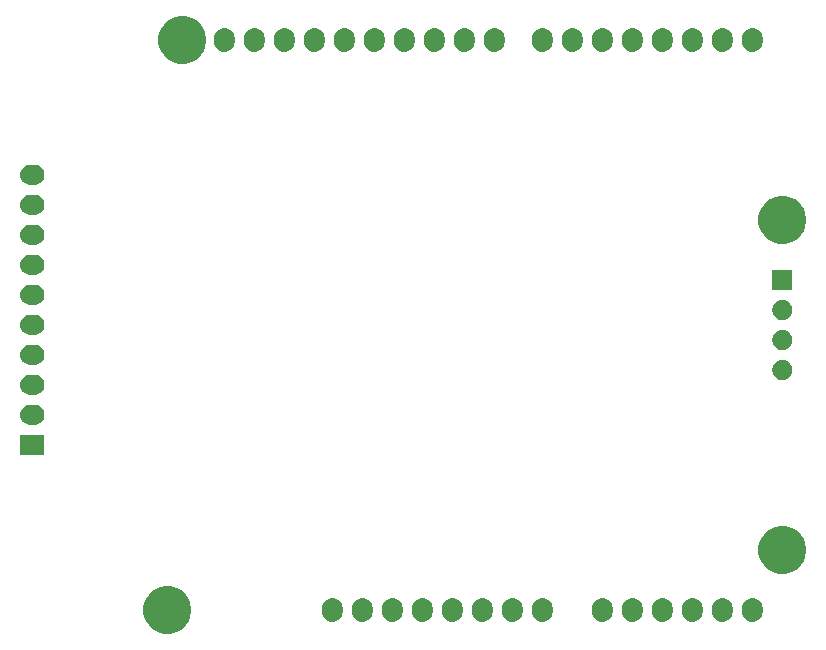
<source format=gbr>
G04 #@! TF.GenerationSoftware,KiCad,Pcbnew,5.1.5+dfsg1-2*
G04 #@! TF.CreationDate,2019-12-04T16:26:49+01:00*
G04 #@! TF.ProjectId,KiCad_Shield,4b694361-645f-4536-9869-656c642e6b69,rev?*
G04 #@! TF.SameCoordinates,Original*
G04 #@! TF.FileFunction,Soldermask,Bot*
G04 #@! TF.FilePolarity,Negative*
%FSLAX46Y46*%
G04 Gerber Fmt 4.6, Leading zero omitted, Abs format (unit mm)*
G04 Created by KiCad (PCBNEW 5.1.5+dfsg1-2) date 2019-12-04 16:26:49*
%MOMM*%
%LPD*%
G04 APERTURE LIST*
%ADD10C,0.100000*%
G04 APERTURE END LIST*
D10*
G36*
X125560711Y-121871088D02*
G01*
X125560714Y-121871089D01*
X125560713Y-121871089D01*
X125930513Y-122024265D01*
X126263325Y-122246643D01*
X126546357Y-122529675D01*
X126741346Y-122821496D01*
X126768736Y-122862489D01*
X126921912Y-123232289D01*
X127000000Y-123624864D01*
X127000000Y-124025136D01*
X126921912Y-124417711D01*
X126904598Y-124459510D01*
X126768735Y-124787513D01*
X126546357Y-125120325D01*
X126263325Y-125403357D01*
X125930513Y-125625735D01*
X125930512Y-125625736D01*
X125930511Y-125625736D01*
X125560711Y-125778912D01*
X125168136Y-125857000D01*
X124767864Y-125857000D01*
X124375289Y-125778912D01*
X124005489Y-125625736D01*
X124005488Y-125625736D01*
X124005487Y-125625735D01*
X123672675Y-125403357D01*
X123389643Y-125120325D01*
X123167265Y-124787513D01*
X123031402Y-124459510D01*
X123014088Y-124417711D01*
X122936000Y-124025136D01*
X122936000Y-123624864D01*
X123014088Y-123232289D01*
X123167264Y-122862489D01*
X123194655Y-122821496D01*
X123389643Y-122529675D01*
X123672675Y-122246643D01*
X124005487Y-122024265D01*
X124375287Y-121871089D01*
X124375286Y-121871089D01*
X124375289Y-121871088D01*
X124767864Y-121793000D01*
X125168136Y-121793000D01*
X125560711Y-121871088D01*
G37*
G36*
X172127294Y-122821496D02*
G01*
X172247726Y-122858029D01*
X172290087Y-122870879D01*
X172440107Y-122951066D01*
X172440110Y-122951068D01*
X172440111Y-122951069D01*
X172571612Y-123058988D01*
X172679531Y-123190488D01*
X172679533Y-123190492D01*
X172679534Y-123190493D01*
X172759721Y-123340513D01*
X172759722Y-123340516D01*
X172809104Y-123503305D01*
X172809104Y-123503307D01*
X172821600Y-123630179D01*
X172821600Y-124019820D01*
X172821076Y-124025136D01*
X172809104Y-124146694D01*
X172772571Y-124267128D01*
X172759721Y-124309488D01*
X172701874Y-124417711D01*
X172679531Y-124459512D01*
X172571612Y-124591012D01*
X172440112Y-124698931D01*
X172440108Y-124698933D01*
X172440107Y-124698934D01*
X172290087Y-124779121D01*
X172290084Y-124779122D01*
X172127295Y-124828504D01*
X171958000Y-124845178D01*
X171788706Y-124828504D01*
X171625917Y-124779122D01*
X171625914Y-124779121D01*
X171475894Y-124698934D01*
X171475893Y-124698933D01*
X171475889Y-124698931D01*
X171344388Y-124591012D01*
X171236469Y-124459512D01*
X171156280Y-124309488D01*
X171156279Y-124309487D01*
X171156278Y-124309484D01*
X171106896Y-124146695D01*
X171098565Y-124062112D01*
X171094400Y-124019821D01*
X171094400Y-123630180D01*
X171106896Y-123503308D01*
X171106896Y-123503306D01*
X171156278Y-123340517D01*
X171156279Y-123340513D01*
X171236466Y-123190493D01*
X171236470Y-123190488D01*
X171344388Y-123058988D01*
X171475888Y-122951069D01*
X171475892Y-122951067D01*
X171475893Y-122951066D01*
X171625913Y-122870879D01*
X171653571Y-122862489D01*
X171788705Y-122821496D01*
X171958000Y-122804822D01*
X172127294Y-122821496D01*
G37*
G36*
X174667294Y-122821496D02*
G01*
X174787726Y-122858029D01*
X174830087Y-122870879D01*
X174980107Y-122951066D01*
X174980110Y-122951068D01*
X174980111Y-122951069D01*
X175111612Y-123058988D01*
X175219531Y-123190488D01*
X175219533Y-123190492D01*
X175219534Y-123190493D01*
X175299721Y-123340513D01*
X175299722Y-123340516D01*
X175349104Y-123503305D01*
X175349104Y-123503307D01*
X175361600Y-123630179D01*
X175361600Y-124019820D01*
X175361076Y-124025136D01*
X175349104Y-124146694D01*
X175312571Y-124267128D01*
X175299721Y-124309488D01*
X175241874Y-124417711D01*
X175219531Y-124459512D01*
X175111612Y-124591012D01*
X174980112Y-124698931D01*
X174980108Y-124698933D01*
X174980107Y-124698934D01*
X174830087Y-124779121D01*
X174830084Y-124779122D01*
X174667295Y-124828504D01*
X174498000Y-124845178D01*
X174328706Y-124828504D01*
X174165917Y-124779122D01*
X174165914Y-124779121D01*
X174015894Y-124698934D01*
X174015893Y-124698933D01*
X174015889Y-124698931D01*
X173884388Y-124591012D01*
X173776469Y-124459512D01*
X173696280Y-124309488D01*
X173696279Y-124309487D01*
X173696278Y-124309484D01*
X173646896Y-124146695D01*
X173638565Y-124062112D01*
X173634400Y-124019821D01*
X173634400Y-123630180D01*
X173646896Y-123503308D01*
X173646896Y-123503306D01*
X173696278Y-123340517D01*
X173696279Y-123340513D01*
X173776466Y-123190493D01*
X173776470Y-123190488D01*
X173884388Y-123058988D01*
X174015888Y-122951069D01*
X174015892Y-122951067D01*
X174015893Y-122951066D01*
X174165913Y-122870879D01*
X174193571Y-122862489D01*
X174328705Y-122821496D01*
X174498000Y-122804822D01*
X174667294Y-122821496D01*
G37*
G36*
X169587294Y-122821496D02*
G01*
X169707726Y-122858029D01*
X169750087Y-122870879D01*
X169900107Y-122951066D01*
X169900110Y-122951068D01*
X169900111Y-122951069D01*
X170031612Y-123058988D01*
X170139531Y-123190488D01*
X170139533Y-123190492D01*
X170139534Y-123190493D01*
X170219721Y-123340513D01*
X170219722Y-123340516D01*
X170269104Y-123503305D01*
X170269104Y-123503307D01*
X170281600Y-123630179D01*
X170281600Y-124019820D01*
X170281076Y-124025136D01*
X170269104Y-124146694D01*
X170232571Y-124267128D01*
X170219721Y-124309488D01*
X170161874Y-124417711D01*
X170139531Y-124459512D01*
X170031612Y-124591012D01*
X169900112Y-124698931D01*
X169900108Y-124698933D01*
X169900107Y-124698934D01*
X169750087Y-124779121D01*
X169750084Y-124779122D01*
X169587295Y-124828504D01*
X169418000Y-124845178D01*
X169248706Y-124828504D01*
X169085917Y-124779122D01*
X169085914Y-124779121D01*
X168935894Y-124698934D01*
X168935893Y-124698933D01*
X168935889Y-124698931D01*
X168804388Y-124591012D01*
X168696469Y-124459512D01*
X168616280Y-124309488D01*
X168616279Y-124309487D01*
X168616278Y-124309484D01*
X168566896Y-124146695D01*
X168558565Y-124062112D01*
X168554400Y-124019821D01*
X168554400Y-123630180D01*
X168566896Y-123503308D01*
X168566896Y-123503306D01*
X168616278Y-123340517D01*
X168616279Y-123340513D01*
X168696466Y-123190493D01*
X168696470Y-123190488D01*
X168804388Y-123058988D01*
X168935888Y-122951069D01*
X168935892Y-122951067D01*
X168935893Y-122951066D01*
X169085913Y-122870879D01*
X169113571Y-122862489D01*
X169248705Y-122821496D01*
X169418000Y-122804822D01*
X169587294Y-122821496D01*
G37*
G36*
X167047294Y-122821496D02*
G01*
X167167726Y-122858029D01*
X167210087Y-122870879D01*
X167360107Y-122951066D01*
X167360110Y-122951068D01*
X167360111Y-122951069D01*
X167491612Y-123058988D01*
X167599531Y-123190488D01*
X167599533Y-123190492D01*
X167599534Y-123190493D01*
X167679721Y-123340513D01*
X167679722Y-123340516D01*
X167729104Y-123503305D01*
X167729104Y-123503307D01*
X167741600Y-123630179D01*
X167741600Y-124019820D01*
X167741076Y-124025136D01*
X167729104Y-124146694D01*
X167692571Y-124267128D01*
X167679721Y-124309488D01*
X167621874Y-124417711D01*
X167599531Y-124459512D01*
X167491612Y-124591012D01*
X167360112Y-124698931D01*
X167360108Y-124698933D01*
X167360107Y-124698934D01*
X167210087Y-124779121D01*
X167210084Y-124779122D01*
X167047295Y-124828504D01*
X166878000Y-124845178D01*
X166708706Y-124828504D01*
X166545917Y-124779122D01*
X166545914Y-124779121D01*
X166395894Y-124698934D01*
X166395893Y-124698933D01*
X166395889Y-124698931D01*
X166264388Y-124591012D01*
X166156469Y-124459512D01*
X166076280Y-124309488D01*
X166076279Y-124309487D01*
X166076278Y-124309484D01*
X166026896Y-124146695D01*
X166018565Y-124062112D01*
X166014400Y-124019821D01*
X166014400Y-123630180D01*
X166026896Y-123503308D01*
X166026896Y-123503306D01*
X166076278Y-123340517D01*
X166076279Y-123340513D01*
X166156466Y-123190493D01*
X166156470Y-123190488D01*
X166264388Y-123058988D01*
X166395888Y-122951069D01*
X166395892Y-122951067D01*
X166395893Y-122951066D01*
X166545913Y-122870879D01*
X166573571Y-122862489D01*
X166708705Y-122821496D01*
X166878000Y-122804822D01*
X167047294Y-122821496D01*
G37*
G36*
X164507294Y-122821496D02*
G01*
X164627726Y-122858029D01*
X164670087Y-122870879D01*
X164820107Y-122951066D01*
X164820110Y-122951068D01*
X164820111Y-122951069D01*
X164951612Y-123058988D01*
X165059531Y-123190488D01*
X165059533Y-123190492D01*
X165059534Y-123190493D01*
X165139721Y-123340513D01*
X165139722Y-123340516D01*
X165189104Y-123503305D01*
X165189104Y-123503307D01*
X165201600Y-123630179D01*
X165201600Y-124019820D01*
X165201076Y-124025136D01*
X165189104Y-124146694D01*
X165152571Y-124267128D01*
X165139721Y-124309488D01*
X165081874Y-124417711D01*
X165059531Y-124459512D01*
X164951612Y-124591012D01*
X164820112Y-124698931D01*
X164820108Y-124698933D01*
X164820107Y-124698934D01*
X164670087Y-124779121D01*
X164670084Y-124779122D01*
X164507295Y-124828504D01*
X164338000Y-124845178D01*
X164168706Y-124828504D01*
X164005917Y-124779122D01*
X164005914Y-124779121D01*
X163855894Y-124698934D01*
X163855893Y-124698933D01*
X163855889Y-124698931D01*
X163724388Y-124591012D01*
X163616469Y-124459512D01*
X163536280Y-124309488D01*
X163536279Y-124309487D01*
X163536278Y-124309484D01*
X163486896Y-124146695D01*
X163478565Y-124062112D01*
X163474400Y-124019821D01*
X163474400Y-123630180D01*
X163486896Y-123503308D01*
X163486896Y-123503306D01*
X163536278Y-123340517D01*
X163536279Y-123340513D01*
X163616466Y-123190493D01*
X163616470Y-123190488D01*
X163724388Y-123058988D01*
X163855888Y-122951069D01*
X163855892Y-122951067D01*
X163855893Y-122951066D01*
X164005913Y-122870879D01*
X164033571Y-122862489D01*
X164168705Y-122821496D01*
X164338000Y-122804822D01*
X164507294Y-122821496D01*
G37*
G36*
X161967294Y-122821496D02*
G01*
X162087726Y-122858029D01*
X162130087Y-122870879D01*
X162280107Y-122951066D01*
X162280110Y-122951068D01*
X162280111Y-122951069D01*
X162411612Y-123058988D01*
X162519531Y-123190488D01*
X162519533Y-123190492D01*
X162519534Y-123190493D01*
X162599721Y-123340513D01*
X162599722Y-123340516D01*
X162649104Y-123503305D01*
X162649104Y-123503307D01*
X162661600Y-123630179D01*
X162661600Y-124019820D01*
X162661076Y-124025136D01*
X162649104Y-124146694D01*
X162612571Y-124267128D01*
X162599721Y-124309488D01*
X162541874Y-124417711D01*
X162519531Y-124459512D01*
X162411612Y-124591012D01*
X162280112Y-124698931D01*
X162280108Y-124698933D01*
X162280107Y-124698934D01*
X162130087Y-124779121D01*
X162130084Y-124779122D01*
X161967295Y-124828504D01*
X161798000Y-124845178D01*
X161628706Y-124828504D01*
X161465917Y-124779122D01*
X161465914Y-124779121D01*
X161315894Y-124698934D01*
X161315893Y-124698933D01*
X161315889Y-124698931D01*
X161184388Y-124591012D01*
X161076469Y-124459512D01*
X160996280Y-124309488D01*
X160996279Y-124309487D01*
X160996278Y-124309484D01*
X160946896Y-124146695D01*
X160938565Y-124062112D01*
X160934400Y-124019821D01*
X160934400Y-123630180D01*
X160946896Y-123503308D01*
X160946896Y-123503306D01*
X160996278Y-123340517D01*
X160996279Y-123340513D01*
X161076466Y-123190493D01*
X161076470Y-123190488D01*
X161184388Y-123058988D01*
X161315888Y-122951069D01*
X161315892Y-122951067D01*
X161315893Y-122951066D01*
X161465913Y-122870879D01*
X161493571Y-122862489D01*
X161628705Y-122821496D01*
X161798000Y-122804822D01*
X161967294Y-122821496D01*
G37*
G36*
X156887294Y-122821496D02*
G01*
X157007726Y-122858029D01*
X157050087Y-122870879D01*
X157200107Y-122951066D01*
X157200110Y-122951068D01*
X157200111Y-122951069D01*
X157331612Y-123058988D01*
X157439531Y-123190488D01*
X157439533Y-123190492D01*
X157439534Y-123190493D01*
X157519721Y-123340513D01*
X157519722Y-123340516D01*
X157569104Y-123503305D01*
X157569104Y-123503307D01*
X157581600Y-123630179D01*
X157581600Y-124019820D01*
X157581076Y-124025136D01*
X157569104Y-124146694D01*
X157532571Y-124267128D01*
X157519721Y-124309488D01*
X157461874Y-124417711D01*
X157439531Y-124459512D01*
X157331612Y-124591012D01*
X157200112Y-124698931D01*
X157200108Y-124698933D01*
X157200107Y-124698934D01*
X157050087Y-124779121D01*
X157050084Y-124779122D01*
X156887295Y-124828504D01*
X156718000Y-124845178D01*
X156548706Y-124828504D01*
X156385917Y-124779122D01*
X156385914Y-124779121D01*
X156235894Y-124698934D01*
X156235893Y-124698933D01*
X156235889Y-124698931D01*
X156104388Y-124591012D01*
X155996469Y-124459512D01*
X155916280Y-124309488D01*
X155916279Y-124309487D01*
X155916278Y-124309484D01*
X155866896Y-124146695D01*
X155858565Y-124062112D01*
X155854400Y-124019821D01*
X155854400Y-123630180D01*
X155866896Y-123503308D01*
X155866896Y-123503306D01*
X155916278Y-123340517D01*
X155916279Y-123340513D01*
X155996466Y-123190493D01*
X155996470Y-123190488D01*
X156104388Y-123058988D01*
X156235888Y-122951069D01*
X156235892Y-122951067D01*
X156235893Y-122951066D01*
X156385913Y-122870879D01*
X156413571Y-122862489D01*
X156548705Y-122821496D01*
X156718000Y-122804822D01*
X156887294Y-122821496D01*
G37*
G36*
X151807294Y-122821496D02*
G01*
X151927726Y-122858029D01*
X151970087Y-122870879D01*
X152120107Y-122951066D01*
X152120110Y-122951068D01*
X152120111Y-122951069D01*
X152251612Y-123058988D01*
X152359531Y-123190488D01*
X152359533Y-123190492D01*
X152359534Y-123190493D01*
X152439721Y-123340513D01*
X152439722Y-123340516D01*
X152489104Y-123503305D01*
X152489104Y-123503307D01*
X152501600Y-123630179D01*
X152501600Y-124019820D01*
X152501076Y-124025136D01*
X152489104Y-124146694D01*
X152452571Y-124267128D01*
X152439721Y-124309488D01*
X152381874Y-124417711D01*
X152359531Y-124459512D01*
X152251612Y-124591012D01*
X152120112Y-124698931D01*
X152120108Y-124698933D01*
X152120107Y-124698934D01*
X151970087Y-124779121D01*
X151970084Y-124779122D01*
X151807295Y-124828504D01*
X151638000Y-124845178D01*
X151468706Y-124828504D01*
X151305917Y-124779122D01*
X151305914Y-124779121D01*
X151155894Y-124698934D01*
X151155893Y-124698933D01*
X151155889Y-124698931D01*
X151024388Y-124591012D01*
X150916469Y-124459512D01*
X150836280Y-124309488D01*
X150836279Y-124309487D01*
X150836278Y-124309484D01*
X150786896Y-124146695D01*
X150778565Y-124062112D01*
X150774400Y-124019821D01*
X150774400Y-123630180D01*
X150786896Y-123503308D01*
X150786896Y-123503306D01*
X150836278Y-123340517D01*
X150836279Y-123340513D01*
X150916466Y-123190493D01*
X150916470Y-123190488D01*
X151024388Y-123058988D01*
X151155888Y-122951069D01*
X151155892Y-122951067D01*
X151155893Y-122951066D01*
X151305913Y-122870879D01*
X151333571Y-122862489D01*
X151468705Y-122821496D01*
X151638000Y-122804822D01*
X151807294Y-122821496D01*
G37*
G36*
X139107294Y-122821496D02*
G01*
X139227726Y-122858029D01*
X139270087Y-122870879D01*
X139420107Y-122951066D01*
X139420110Y-122951068D01*
X139420111Y-122951069D01*
X139551612Y-123058988D01*
X139659531Y-123190488D01*
X139659533Y-123190492D01*
X139659534Y-123190493D01*
X139739721Y-123340513D01*
X139739722Y-123340516D01*
X139789104Y-123503305D01*
X139789104Y-123503307D01*
X139801600Y-123630179D01*
X139801600Y-124019820D01*
X139801076Y-124025136D01*
X139789104Y-124146694D01*
X139752571Y-124267128D01*
X139739721Y-124309488D01*
X139681874Y-124417711D01*
X139659531Y-124459512D01*
X139551612Y-124591012D01*
X139420112Y-124698931D01*
X139420108Y-124698933D01*
X139420107Y-124698934D01*
X139270087Y-124779121D01*
X139270084Y-124779122D01*
X139107295Y-124828504D01*
X138938000Y-124845178D01*
X138768706Y-124828504D01*
X138605917Y-124779122D01*
X138605914Y-124779121D01*
X138455894Y-124698934D01*
X138455893Y-124698933D01*
X138455889Y-124698931D01*
X138324388Y-124591012D01*
X138216469Y-124459512D01*
X138136280Y-124309488D01*
X138136279Y-124309487D01*
X138136278Y-124309484D01*
X138086896Y-124146695D01*
X138078565Y-124062112D01*
X138074400Y-124019821D01*
X138074400Y-123630180D01*
X138086896Y-123503308D01*
X138086896Y-123503306D01*
X138136278Y-123340517D01*
X138136279Y-123340513D01*
X138216466Y-123190493D01*
X138216470Y-123190488D01*
X138324388Y-123058988D01*
X138455888Y-122951069D01*
X138455892Y-122951067D01*
X138455893Y-122951066D01*
X138605913Y-122870879D01*
X138633571Y-122862489D01*
X138768705Y-122821496D01*
X138938000Y-122804822D01*
X139107294Y-122821496D01*
G37*
G36*
X141647294Y-122821496D02*
G01*
X141767726Y-122858029D01*
X141810087Y-122870879D01*
X141960107Y-122951066D01*
X141960110Y-122951068D01*
X141960111Y-122951069D01*
X142091612Y-123058988D01*
X142199531Y-123190488D01*
X142199533Y-123190492D01*
X142199534Y-123190493D01*
X142279721Y-123340513D01*
X142279722Y-123340516D01*
X142329104Y-123503305D01*
X142329104Y-123503307D01*
X142341600Y-123630179D01*
X142341600Y-124019820D01*
X142341076Y-124025136D01*
X142329104Y-124146694D01*
X142292571Y-124267128D01*
X142279721Y-124309488D01*
X142221874Y-124417711D01*
X142199531Y-124459512D01*
X142091612Y-124591012D01*
X141960112Y-124698931D01*
X141960108Y-124698933D01*
X141960107Y-124698934D01*
X141810087Y-124779121D01*
X141810084Y-124779122D01*
X141647295Y-124828504D01*
X141478000Y-124845178D01*
X141308706Y-124828504D01*
X141145917Y-124779122D01*
X141145914Y-124779121D01*
X140995894Y-124698934D01*
X140995893Y-124698933D01*
X140995889Y-124698931D01*
X140864388Y-124591012D01*
X140756469Y-124459512D01*
X140676280Y-124309488D01*
X140676279Y-124309487D01*
X140676278Y-124309484D01*
X140626896Y-124146695D01*
X140618565Y-124062112D01*
X140614400Y-124019821D01*
X140614400Y-123630180D01*
X140626896Y-123503308D01*
X140626896Y-123503306D01*
X140676278Y-123340517D01*
X140676279Y-123340513D01*
X140756466Y-123190493D01*
X140756470Y-123190488D01*
X140864388Y-123058988D01*
X140995888Y-122951069D01*
X140995892Y-122951067D01*
X140995893Y-122951066D01*
X141145913Y-122870879D01*
X141173571Y-122862489D01*
X141308705Y-122821496D01*
X141478000Y-122804822D01*
X141647294Y-122821496D01*
G37*
G36*
X144187294Y-122821496D02*
G01*
X144307726Y-122858029D01*
X144350087Y-122870879D01*
X144500107Y-122951066D01*
X144500110Y-122951068D01*
X144500111Y-122951069D01*
X144631612Y-123058988D01*
X144739531Y-123190488D01*
X144739533Y-123190492D01*
X144739534Y-123190493D01*
X144819721Y-123340513D01*
X144819722Y-123340516D01*
X144869104Y-123503305D01*
X144869104Y-123503307D01*
X144881600Y-123630179D01*
X144881600Y-124019820D01*
X144881076Y-124025136D01*
X144869104Y-124146694D01*
X144832571Y-124267128D01*
X144819721Y-124309488D01*
X144761874Y-124417711D01*
X144739531Y-124459512D01*
X144631612Y-124591012D01*
X144500112Y-124698931D01*
X144500108Y-124698933D01*
X144500107Y-124698934D01*
X144350087Y-124779121D01*
X144350084Y-124779122D01*
X144187295Y-124828504D01*
X144018000Y-124845178D01*
X143848706Y-124828504D01*
X143685917Y-124779122D01*
X143685914Y-124779121D01*
X143535894Y-124698934D01*
X143535893Y-124698933D01*
X143535889Y-124698931D01*
X143404388Y-124591012D01*
X143296469Y-124459512D01*
X143216280Y-124309488D01*
X143216279Y-124309487D01*
X143216278Y-124309484D01*
X143166896Y-124146695D01*
X143158565Y-124062112D01*
X143154400Y-124019821D01*
X143154400Y-123630180D01*
X143166896Y-123503308D01*
X143166896Y-123503306D01*
X143216278Y-123340517D01*
X143216279Y-123340513D01*
X143296466Y-123190493D01*
X143296470Y-123190488D01*
X143404388Y-123058988D01*
X143535888Y-122951069D01*
X143535892Y-122951067D01*
X143535893Y-122951066D01*
X143685913Y-122870879D01*
X143713571Y-122862489D01*
X143848705Y-122821496D01*
X144018000Y-122804822D01*
X144187294Y-122821496D01*
G37*
G36*
X146727294Y-122821496D02*
G01*
X146847726Y-122858029D01*
X146890087Y-122870879D01*
X147040107Y-122951066D01*
X147040110Y-122951068D01*
X147040111Y-122951069D01*
X147171612Y-123058988D01*
X147279531Y-123190488D01*
X147279533Y-123190492D01*
X147279534Y-123190493D01*
X147359721Y-123340513D01*
X147359722Y-123340516D01*
X147409104Y-123503305D01*
X147409104Y-123503307D01*
X147421600Y-123630179D01*
X147421600Y-124019820D01*
X147421076Y-124025136D01*
X147409104Y-124146694D01*
X147372571Y-124267128D01*
X147359721Y-124309488D01*
X147301874Y-124417711D01*
X147279531Y-124459512D01*
X147171612Y-124591012D01*
X147040112Y-124698931D01*
X147040108Y-124698933D01*
X147040107Y-124698934D01*
X146890087Y-124779121D01*
X146890084Y-124779122D01*
X146727295Y-124828504D01*
X146558000Y-124845178D01*
X146388706Y-124828504D01*
X146225917Y-124779122D01*
X146225914Y-124779121D01*
X146075894Y-124698934D01*
X146075893Y-124698933D01*
X146075889Y-124698931D01*
X145944388Y-124591012D01*
X145836469Y-124459512D01*
X145756280Y-124309488D01*
X145756279Y-124309487D01*
X145756278Y-124309484D01*
X145706896Y-124146695D01*
X145698565Y-124062112D01*
X145694400Y-124019821D01*
X145694400Y-123630180D01*
X145706896Y-123503308D01*
X145706896Y-123503306D01*
X145756278Y-123340517D01*
X145756279Y-123340513D01*
X145836466Y-123190493D01*
X145836470Y-123190488D01*
X145944388Y-123058988D01*
X146075888Y-122951069D01*
X146075892Y-122951067D01*
X146075893Y-122951066D01*
X146225913Y-122870879D01*
X146253571Y-122862489D01*
X146388705Y-122821496D01*
X146558000Y-122804822D01*
X146727294Y-122821496D01*
G37*
G36*
X149267294Y-122821496D02*
G01*
X149387726Y-122858029D01*
X149430087Y-122870879D01*
X149580107Y-122951066D01*
X149580110Y-122951068D01*
X149580111Y-122951069D01*
X149711612Y-123058988D01*
X149819531Y-123190488D01*
X149819533Y-123190492D01*
X149819534Y-123190493D01*
X149899721Y-123340513D01*
X149899722Y-123340516D01*
X149949104Y-123503305D01*
X149949104Y-123503307D01*
X149961600Y-123630179D01*
X149961600Y-124019820D01*
X149961076Y-124025136D01*
X149949104Y-124146694D01*
X149912571Y-124267128D01*
X149899721Y-124309488D01*
X149841874Y-124417711D01*
X149819531Y-124459512D01*
X149711612Y-124591012D01*
X149580112Y-124698931D01*
X149580108Y-124698933D01*
X149580107Y-124698934D01*
X149430087Y-124779121D01*
X149430084Y-124779122D01*
X149267295Y-124828504D01*
X149098000Y-124845178D01*
X148928706Y-124828504D01*
X148765917Y-124779122D01*
X148765914Y-124779121D01*
X148615894Y-124698934D01*
X148615893Y-124698933D01*
X148615889Y-124698931D01*
X148484388Y-124591012D01*
X148376469Y-124459512D01*
X148296280Y-124309488D01*
X148296279Y-124309487D01*
X148296278Y-124309484D01*
X148246896Y-124146695D01*
X148238565Y-124062112D01*
X148234400Y-124019821D01*
X148234400Y-123630180D01*
X148246896Y-123503308D01*
X148246896Y-123503306D01*
X148296278Y-123340517D01*
X148296279Y-123340513D01*
X148376466Y-123190493D01*
X148376470Y-123190488D01*
X148484388Y-123058988D01*
X148615888Y-122951069D01*
X148615892Y-122951067D01*
X148615893Y-122951066D01*
X148765913Y-122870879D01*
X148793571Y-122862489D01*
X148928705Y-122821496D01*
X149098000Y-122804822D01*
X149267294Y-122821496D01*
G37*
G36*
X154347294Y-122821496D02*
G01*
X154467726Y-122858029D01*
X154510087Y-122870879D01*
X154660107Y-122951066D01*
X154660110Y-122951068D01*
X154660111Y-122951069D01*
X154791612Y-123058988D01*
X154899531Y-123190488D01*
X154899533Y-123190492D01*
X154899534Y-123190493D01*
X154979721Y-123340513D01*
X154979722Y-123340516D01*
X155029104Y-123503305D01*
X155029104Y-123503307D01*
X155041600Y-123630179D01*
X155041600Y-124019820D01*
X155041076Y-124025136D01*
X155029104Y-124146694D01*
X154992571Y-124267128D01*
X154979721Y-124309488D01*
X154921874Y-124417711D01*
X154899531Y-124459512D01*
X154791612Y-124591012D01*
X154660112Y-124698931D01*
X154660108Y-124698933D01*
X154660107Y-124698934D01*
X154510087Y-124779121D01*
X154510084Y-124779122D01*
X154347295Y-124828504D01*
X154178000Y-124845178D01*
X154008706Y-124828504D01*
X153845917Y-124779122D01*
X153845914Y-124779121D01*
X153695894Y-124698934D01*
X153695893Y-124698933D01*
X153695889Y-124698931D01*
X153564388Y-124591012D01*
X153456469Y-124459512D01*
X153376280Y-124309488D01*
X153376279Y-124309487D01*
X153376278Y-124309484D01*
X153326896Y-124146695D01*
X153318565Y-124062112D01*
X153314400Y-124019821D01*
X153314400Y-123630180D01*
X153326896Y-123503308D01*
X153326896Y-123503306D01*
X153376278Y-123340517D01*
X153376279Y-123340513D01*
X153456466Y-123190493D01*
X153456470Y-123190488D01*
X153564388Y-123058988D01*
X153695888Y-122951069D01*
X153695892Y-122951067D01*
X153695893Y-122951066D01*
X153845913Y-122870879D01*
X153873571Y-122862489D01*
X154008705Y-122821496D01*
X154178000Y-122804822D01*
X154347294Y-122821496D01*
G37*
G36*
X177630711Y-116791088D02*
G01*
X177630714Y-116791089D01*
X177630713Y-116791089D01*
X178000513Y-116944265D01*
X178168047Y-117056208D01*
X178333324Y-117166642D01*
X178616358Y-117449676D01*
X178838736Y-117782489D01*
X178991912Y-118152289D01*
X179070000Y-118544864D01*
X179070000Y-118945136D01*
X178991912Y-119337711D01*
X178991911Y-119337713D01*
X178838735Y-119707513D01*
X178616357Y-120040325D01*
X178333325Y-120323357D01*
X178000513Y-120545735D01*
X178000512Y-120545736D01*
X178000511Y-120545736D01*
X177630711Y-120698912D01*
X177238136Y-120777000D01*
X176837864Y-120777000D01*
X176445289Y-120698912D01*
X176075489Y-120545736D01*
X176075488Y-120545736D01*
X176075487Y-120545735D01*
X175742675Y-120323357D01*
X175459643Y-120040325D01*
X175237265Y-119707513D01*
X175084089Y-119337713D01*
X175084088Y-119337711D01*
X175006000Y-118945136D01*
X175006000Y-118544864D01*
X175084088Y-118152289D01*
X175237264Y-117782489D01*
X175459642Y-117449676D01*
X175742676Y-117166642D01*
X175907953Y-117056208D01*
X176075487Y-116944265D01*
X176445287Y-116791089D01*
X176445286Y-116791089D01*
X176445289Y-116791088D01*
X176837864Y-116713000D01*
X177238136Y-116713000D01*
X177630711Y-116791088D01*
G37*
G36*
X114554000Y-110718600D02*
G01*
X112522000Y-110718600D01*
X112522000Y-108991400D01*
X114554000Y-108991400D01*
X114554000Y-110718600D01*
G37*
G36*
X113775112Y-106455565D02*
G01*
X113859695Y-106463896D01*
X114022484Y-106513278D01*
X114022487Y-106513279D01*
X114172507Y-106593466D01*
X114172508Y-106593467D01*
X114172512Y-106593469D01*
X114304012Y-106701388D01*
X114411931Y-106832888D01*
X114411933Y-106832892D01*
X114411934Y-106832893D01*
X114492121Y-106982913D01*
X114492122Y-106982916D01*
X114541504Y-107145705D01*
X114558178Y-107315000D01*
X114541504Y-107484295D01*
X114492122Y-107647084D01*
X114492121Y-107647087D01*
X114411934Y-107797107D01*
X114411931Y-107797112D01*
X114304012Y-107928612D01*
X114172512Y-108036531D01*
X114172508Y-108036533D01*
X114172507Y-108036534D01*
X114022487Y-108116721D01*
X114022484Y-108116722D01*
X113859695Y-108166104D01*
X113775112Y-108174435D01*
X113732821Y-108178600D01*
X113343179Y-108178600D01*
X113300888Y-108174435D01*
X113216305Y-108166104D01*
X113053516Y-108116722D01*
X113053513Y-108116721D01*
X112903493Y-108036534D01*
X112903492Y-108036533D01*
X112903488Y-108036531D01*
X112771988Y-107928612D01*
X112664069Y-107797112D01*
X112664066Y-107797107D01*
X112583879Y-107647087D01*
X112583878Y-107647084D01*
X112534496Y-107484295D01*
X112517822Y-107315000D01*
X112534496Y-107145705D01*
X112583878Y-106982916D01*
X112583879Y-106982913D01*
X112664066Y-106832893D01*
X112664067Y-106832892D01*
X112664069Y-106832888D01*
X112771988Y-106701388D01*
X112903488Y-106593469D01*
X112903492Y-106593467D01*
X112903493Y-106593466D01*
X113053513Y-106513279D01*
X113053516Y-106513278D01*
X113216305Y-106463896D01*
X113300888Y-106455565D01*
X113343179Y-106451400D01*
X113732821Y-106451400D01*
X113775112Y-106455565D01*
G37*
G36*
X113775112Y-103915565D02*
G01*
X113859695Y-103923896D01*
X114022484Y-103973278D01*
X114022487Y-103973279D01*
X114172507Y-104053466D01*
X114172508Y-104053467D01*
X114172512Y-104053469D01*
X114304012Y-104161388D01*
X114411931Y-104292888D01*
X114411933Y-104292892D01*
X114411934Y-104292893D01*
X114492121Y-104442913D01*
X114492122Y-104442916D01*
X114541504Y-104605705D01*
X114558178Y-104775000D01*
X114541504Y-104944295D01*
X114492122Y-105107084D01*
X114492121Y-105107087D01*
X114411934Y-105257107D01*
X114411931Y-105257112D01*
X114304012Y-105388612D01*
X114172512Y-105496531D01*
X114172508Y-105496533D01*
X114172507Y-105496534D01*
X114022487Y-105576721D01*
X114022484Y-105576722D01*
X113859695Y-105626104D01*
X113775112Y-105634435D01*
X113732821Y-105638600D01*
X113343179Y-105638600D01*
X113300888Y-105634435D01*
X113216305Y-105626104D01*
X113053516Y-105576722D01*
X113053513Y-105576721D01*
X112903493Y-105496534D01*
X112903492Y-105496533D01*
X112903488Y-105496531D01*
X112771988Y-105388612D01*
X112664069Y-105257112D01*
X112664066Y-105257107D01*
X112583879Y-105107087D01*
X112583878Y-105107084D01*
X112534496Y-104944295D01*
X112517822Y-104775000D01*
X112534496Y-104605705D01*
X112583878Y-104442916D01*
X112583879Y-104442913D01*
X112664066Y-104292893D01*
X112664067Y-104292892D01*
X112664069Y-104292888D01*
X112771988Y-104161388D01*
X112903488Y-104053469D01*
X112903492Y-104053467D01*
X112903493Y-104053466D01*
X113053513Y-103973279D01*
X113053516Y-103973278D01*
X113216305Y-103923896D01*
X113300888Y-103915565D01*
X113343179Y-103911400D01*
X113732821Y-103911400D01*
X113775112Y-103915565D01*
G37*
G36*
X177285935Y-102687664D02*
G01*
X177440624Y-102751739D01*
X177440626Y-102751740D01*
X177579844Y-102844762D01*
X177698238Y-102963156D01*
X177788738Y-103098600D01*
X177791261Y-103102376D01*
X177855336Y-103257065D01*
X177888000Y-103421281D01*
X177888000Y-103588719D01*
X177855336Y-103752935D01*
X177791261Y-103907624D01*
X177791260Y-103907626D01*
X177698238Y-104046844D01*
X177579844Y-104165238D01*
X177440626Y-104258260D01*
X177440625Y-104258261D01*
X177440624Y-104258261D01*
X177285935Y-104322336D01*
X177121719Y-104355000D01*
X176954281Y-104355000D01*
X176790065Y-104322336D01*
X176635376Y-104258261D01*
X176635375Y-104258261D01*
X176635374Y-104258260D01*
X176496156Y-104165238D01*
X176377762Y-104046844D01*
X176284740Y-103907626D01*
X176284739Y-103907624D01*
X176220664Y-103752935D01*
X176188000Y-103588719D01*
X176188000Y-103421281D01*
X176220664Y-103257065D01*
X176284739Y-103102376D01*
X176287262Y-103098600D01*
X176377762Y-102963156D01*
X176496156Y-102844762D01*
X176635374Y-102751740D01*
X176635376Y-102751739D01*
X176790065Y-102687664D01*
X176954281Y-102655000D01*
X177121719Y-102655000D01*
X177285935Y-102687664D01*
G37*
G36*
X113775112Y-101375565D02*
G01*
X113859695Y-101383896D01*
X114022484Y-101433278D01*
X114022487Y-101433279D01*
X114172507Y-101513466D01*
X114172508Y-101513467D01*
X114172512Y-101513469D01*
X114304012Y-101621388D01*
X114411931Y-101752888D01*
X114411933Y-101752892D01*
X114411934Y-101752893D01*
X114492121Y-101902913D01*
X114492122Y-101902916D01*
X114541504Y-102065705D01*
X114558178Y-102235000D01*
X114541504Y-102404295D01*
X114492122Y-102567084D01*
X114492121Y-102567087D01*
X114427671Y-102687665D01*
X114411931Y-102717112D01*
X114304012Y-102848612D01*
X114172512Y-102956531D01*
X114172508Y-102956533D01*
X114172507Y-102956534D01*
X114022487Y-103036721D01*
X114022484Y-103036722D01*
X113859695Y-103086104D01*
X113775112Y-103094435D01*
X113732821Y-103098600D01*
X113343179Y-103098600D01*
X113300888Y-103094435D01*
X113216305Y-103086104D01*
X113053516Y-103036722D01*
X113053513Y-103036721D01*
X112903493Y-102956534D01*
X112903492Y-102956533D01*
X112903488Y-102956531D01*
X112771988Y-102848612D01*
X112664069Y-102717112D01*
X112648329Y-102687665D01*
X112583879Y-102567087D01*
X112583878Y-102567084D01*
X112534496Y-102404295D01*
X112517822Y-102235000D01*
X112534496Y-102065705D01*
X112583878Y-101902916D01*
X112583879Y-101902913D01*
X112664066Y-101752893D01*
X112664067Y-101752892D01*
X112664069Y-101752888D01*
X112771988Y-101621388D01*
X112903488Y-101513469D01*
X112903492Y-101513467D01*
X112903493Y-101513466D01*
X113053513Y-101433279D01*
X113053516Y-101433278D01*
X113216305Y-101383896D01*
X113300888Y-101375565D01*
X113343179Y-101371400D01*
X113732821Y-101371400D01*
X113775112Y-101375565D01*
G37*
G36*
X177285935Y-100147664D02*
G01*
X177440624Y-100211739D01*
X177440626Y-100211740D01*
X177579844Y-100304762D01*
X177698238Y-100423156D01*
X177788738Y-100558600D01*
X177791261Y-100562376D01*
X177855336Y-100717065D01*
X177888000Y-100881281D01*
X177888000Y-101048719D01*
X177855336Y-101212935D01*
X177791261Y-101367624D01*
X177791260Y-101367626D01*
X177698238Y-101506844D01*
X177579844Y-101625238D01*
X177440626Y-101718260D01*
X177440625Y-101718261D01*
X177440624Y-101718261D01*
X177285935Y-101782336D01*
X177121719Y-101815000D01*
X176954281Y-101815000D01*
X176790065Y-101782336D01*
X176635376Y-101718261D01*
X176635375Y-101718261D01*
X176635374Y-101718260D01*
X176496156Y-101625238D01*
X176377762Y-101506844D01*
X176284740Y-101367626D01*
X176284739Y-101367624D01*
X176220664Y-101212935D01*
X176188000Y-101048719D01*
X176188000Y-100881281D01*
X176220664Y-100717065D01*
X176284739Y-100562376D01*
X176287262Y-100558600D01*
X176377762Y-100423156D01*
X176496156Y-100304762D01*
X176635374Y-100211740D01*
X176635376Y-100211739D01*
X176790065Y-100147664D01*
X176954281Y-100115000D01*
X177121719Y-100115000D01*
X177285935Y-100147664D01*
G37*
G36*
X113775112Y-98835565D02*
G01*
X113859695Y-98843896D01*
X114022484Y-98893278D01*
X114022487Y-98893279D01*
X114172507Y-98973466D01*
X114172508Y-98973467D01*
X114172512Y-98973469D01*
X114304012Y-99081388D01*
X114411931Y-99212888D01*
X114411933Y-99212892D01*
X114411934Y-99212893D01*
X114492121Y-99362913D01*
X114492122Y-99362916D01*
X114541504Y-99525705D01*
X114558178Y-99695000D01*
X114541504Y-99864295D01*
X114492122Y-100027084D01*
X114492121Y-100027087D01*
X114427671Y-100147665D01*
X114411931Y-100177112D01*
X114304012Y-100308612D01*
X114172512Y-100416531D01*
X114172508Y-100416533D01*
X114172507Y-100416534D01*
X114022487Y-100496721D01*
X114022484Y-100496722D01*
X113859695Y-100546104D01*
X113775112Y-100554435D01*
X113732821Y-100558600D01*
X113343179Y-100558600D01*
X113300888Y-100554435D01*
X113216305Y-100546104D01*
X113053516Y-100496722D01*
X113053513Y-100496721D01*
X112903493Y-100416534D01*
X112903492Y-100416533D01*
X112903488Y-100416531D01*
X112771988Y-100308612D01*
X112664069Y-100177112D01*
X112648329Y-100147665D01*
X112583879Y-100027087D01*
X112583878Y-100027084D01*
X112534496Y-99864295D01*
X112517822Y-99695000D01*
X112534496Y-99525705D01*
X112583878Y-99362916D01*
X112583879Y-99362913D01*
X112664066Y-99212893D01*
X112664067Y-99212892D01*
X112664069Y-99212888D01*
X112771988Y-99081388D01*
X112903488Y-98973469D01*
X112903492Y-98973467D01*
X112903493Y-98973466D01*
X113053513Y-98893279D01*
X113053516Y-98893278D01*
X113216305Y-98843896D01*
X113300888Y-98835565D01*
X113343179Y-98831400D01*
X113732821Y-98831400D01*
X113775112Y-98835565D01*
G37*
G36*
X177285935Y-97607664D02*
G01*
X177440624Y-97671739D01*
X177440626Y-97671740D01*
X177579844Y-97764762D01*
X177698238Y-97883156D01*
X177788738Y-98018600D01*
X177791261Y-98022376D01*
X177855336Y-98177065D01*
X177888000Y-98341281D01*
X177888000Y-98508719D01*
X177855336Y-98672935D01*
X177791261Y-98827624D01*
X177791260Y-98827626D01*
X177698238Y-98966844D01*
X177579844Y-99085238D01*
X177440626Y-99178260D01*
X177440625Y-99178261D01*
X177440624Y-99178261D01*
X177285935Y-99242336D01*
X177121719Y-99275000D01*
X176954281Y-99275000D01*
X176790065Y-99242336D01*
X176635376Y-99178261D01*
X176635375Y-99178261D01*
X176635374Y-99178260D01*
X176496156Y-99085238D01*
X176377762Y-98966844D01*
X176284740Y-98827626D01*
X176284739Y-98827624D01*
X176220664Y-98672935D01*
X176188000Y-98508719D01*
X176188000Y-98341281D01*
X176220664Y-98177065D01*
X176284739Y-98022376D01*
X176287262Y-98018600D01*
X176377762Y-97883156D01*
X176496156Y-97764762D01*
X176635374Y-97671740D01*
X176635376Y-97671739D01*
X176790065Y-97607664D01*
X176954281Y-97575000D01*
X177121719Y-97575000D01*
X177285935Y-97607664D01*
G37*
G36*
X113775112Y-96295565D02*
G01*
X113859695Y-96303896D01*
X114022484Y-96353278D01*
X114022487Y-96353279D01*
X114172507Y-96433466D01*
X114172508Y-96433467D01*
X114172512Y-96433469D01*
X114304012Y-96541388D01*
X114411931Y-96672888D01*
X114411933Y-96672892D01*
X114411934Y-96672893D01*
X114492121Y-96822913D01*
X114492122Y-96822916D01*
X114541504Y-96985705D01*
X114558178Y-97155000D01*
X114541504Y-97324295D01*
X114492122Y-97487084D01*
X114492121Y-97487087D01*
X114427671Y-97607665D01*
X114411931Y-97637112D01*
X114304012Y-97768612D01*
X114172512Y-97876531D01*
X114172508Y-97876533D01*
X114172507Y-97876534D01*
X114022487Y-97956721D01*
X114022484Y-97956722D01*
X113859695Y-98006104D01*
X113775112Y-98014435D01*
X113732821Y-98018600D01*
X113343179Y-98018600D01*
X113300888Y-98014435D01*
X113216305Y-98006104D01*
X113053516Y-97956722D01*
X113053513Y-97956721D01*
X112903493Y-97876534D01*
X112903492Y-97876533D01*
X112903488Y-97876531D01*
X112771988Y-97768612D01*
X112664069Y-97637112D01*
X112648329Y-97607665D01*
X112583879Y-97487087D01*
X112583878Y-97487084D01*
X112534496Y-97324295D01*
X112517822Y-97155000D01*
X112534496Y-96985705D01*
X112583878Y-96822916D01*
X112583879Y-96822913D01*
X112664066Y-96672893D01*
X112664067Y-96672892D01*
X112664069Y-96672888D01*
X112771988Y-96541388D01*
X112903488Y-96433469D01*
X112903492Y-96433467D01*
X112903493Y-96433466D01*
X113053513Y-96353279D01*
X113053516Y-96353278D01*
X113216305Y-96303896D01*
X113300888Y-96295565D01*
X113343179Y-96291400D01*
X113732821Y-96291400D01*
X113775112Y-96295565D01*
G37*
G36*
X177888000Y-96735000D02*
G01*
X176188000Y-96735000D01*
X176188000Y-95035000D01*
X177888000Y-95035000D01*
X177888000Y-96735000D01*
G37*
G36*
X113775112Y-93755565D02*
G01*
X113859695Y-93763896D01*
X114022484Y-93813278D01*
X114022487Y-93813279D01*
X114172507Y-93893466D01*
X114172508Y-93893467D01*
X114172512Y-93893469D01*
X114304012Y-94001388D01*
X114411931Y-94132888D01*
X114411933Y-94132892D01*
X114411934Y-94132893D01*
X114492121Y-94282913D01*
X114492122Y-94282916D01*
X114541504Y-94445705D01*
X114558178Y-94615000D01*
X114541504Y-94784295D01*
X114492122Y-94947084D01*
X114492121Y-94947087D01*
X114411934Y-95097107D01*
X114411931Y-95097112D01*
X114304012Y-95228612D01*
X114172512Y-95336531D01*
X114172508Y-95336533D01*
X114172507Y-95336534D01*
X114022487Y-95416721D01*
X114022484Y-95416722D01*
X113859695Y-95466104D01*
X113775112Y-95474435D01*
X113732821Y-95478600D01*
X113343179Y-95478600D01*
X113300888Y-95474435D01*
X113216305Y-95466104D01*
X113053516Y-95416722D01*
X113053513Y-95416721D01*
X112903493Y-95336534D01*
X112903492Y-95336533D01*
X112903488Y-95336531D01*
X112771988Y-95228612D01*
X112664069Y-95097112D01*
X112664066Y-95097107D01*
X112583879Y-94947087D01*
X112583878Y-94947084D01*
X112534496Y-94784295D01*
X112517822Y-94615000D01*
X112534496Y-94445705D01*
X112583878Y-94282916D01*
X112583879Y-94282913D01*
X112664066Y-94132893D01*
X112664067Y-94132892D01*
X112664069Y-94132888D01*
X112771988Y-94001388D01*
X112903488Y-93893469D01*
X112903492Y-93893467D01*
X112903493Y-93893466D01*
X113053513Y-93813279D01*
X113053516Y-93813278D01*
X113216305Y-93763896D01*
X113300888Y-93755565D01*
X113343179Y-93751400D01*
X113732821Y-93751400D01*
X113775112Y-93755565D01*
G37*
G36*
X113775112Y-91215565D02*
G01*
X113859695Y-91223896D01*
X114022484Y-91273278D01*
X114022487Y-91273279D01*
X114172507Y-91353466D01*
X114172508Y-91353467D01*
X114172512Y-91353469D01*
X114304012Y-91461388D01*
X114411931Y-91592888D01*
X114411933Y-91592892D01*
X114411934Y-91592893D01*
X114492121Y-91742913D01*
X114492122Y-91742916D01*
X114541504Y-91905705D01*
X114558178Y-92075000D01*
X114541504Y-92244295D01*
X114499319Y-92383358D01*
X114492121Y-92407087D01*
X114411934Y-92557107D01*
X114411931Y-92557112D01*
X114304012Y-92688612D01*
X114172512Y-92796531D01*
X114172508Y-92796533D01*
X114172507Y-92796534D01*
X114022487Y-92876721D01*
X114022484Y-92876722D01*
X113859695Y-92926104D01*
X113775112Y-92934435D01*
X113732821Y-92938600D01*
X113343179Y-92938600D01*
X113300888Y-92934435D01*
X113216305Y-92926104D01*
X113053516Y-92876722D01*
X113053513Y-92876721D01*
X112903493Y-92796534D01*
X112903492Y-92796533D01*
X112903488Y-92796531D01*
X112771988Y-92688612D01*
X112664069Y-92557112D01*
X112664066Y-92557107D01*
X112583879Y-92407087D01*
X112576681Y-92383358D01*
X112534496Y-92244295D01*
X112517822Y-92075000D01*
X112534496Y-91905705D01*
X112583878Y-91742916D01*
X112583879Y-91742913D01*
X112664066Y-91592893D01*
X112664067Y-91592892D01*
X112664069Y-91592888D01*
X112771988Y-91461388D01*
X112903488Y-91353469D01*
X112903492Y-91353467D01*
X112903493Y-91353466D01*
X113053513Y-91273279D01*
X113053516Y-91273278D01*
X113216305Y-91223896D01*
X113300888Y-91215565D01*
X113343179Y-91211400D01*
X113732821Y-91211400D01*
X113775112Y-91215565D01*
G37*
G36*
X177630711Y-88851088D02*
G01*
X178000511Y-89004264D01*
X178000513Y-89004265D01*
X178073282Y-89052888D01*
X178333324Y-89226642D01*
X178616358Y-89509676D01*
X178838736Y-89842489D01*
X178991912Y-90212289D01*
X179070000Y-90604864D01*
X179070000Y-91005136D01*
X178991912Y-91397711D01*
X178838736Y-91767511D01*
X178838735Y-91767513D01*
X178616357Y-92100325D01*
X178333325Y-92383357D01*
X178000513Y-92605735D01*
X178000512Y-92605736D01*
X178000511Y-92605736D01*
X177630711Y-92758912D01*
X177238136Y-92837000D01*
X176837864Y-92837000D01*
X176445289Y-92758912D01*
X176075489Y-92605736D01*
X176075488Y-92605736D01*
X176075487Y-92605735D01*
X175742675Y-92383357D01*
X175459643Y-92100325D01*
X175237265Y-91767513D01*
X175237264Y-91767511D01*
X175084088Y-91397711D01*
X175006000Y-91005136D01*
X175006000Y-90604864D01*
X175084088Y-90212289D01*
X175237264Y-89842489D01*
X175459642Y-89509676D01*
X175742676Y-89226642D01*
X176002718Y-89052888D01*
X176075487Y-89004265D01*
X176075489Y-89004264D01*
X176445289Y-88851088D01*
X176837864Y-88773000D01*
X177238136Y-88773000D01*
X177630711Y-88851088D01*
G37*
G36*
X113775112Y-88675565D02*
G01*
X113859695Y-88683896D01*
X114022484Y-88733278D01*
X114022487Y-88733279D01*
X114172507Y-88813466D01*
X114172508Y-88813467D01*
X114172512Y-88813469D01*
X114304012Y-88921388D01*
X114411931Y-89052888D01*
X114411933Y-89052892D01*
X114411934Y-89052893D01*
X114492121Y-89202913D01*
X114492122Y-89202916D01*
X114541504Y-89365705D01*
X114558178Y-89535000D01*
X114541504Y-89704295D01*
X114499583Y-89842487D01*
X114492121Y-89867087D01*
X114411934Y-90017107D01*
X114411931Y-90017112D01*
X114304012Y-90148612D01*
X114172512Y-90256531D01*
X114172508Y-90256533D01*
X114172507Y-90256534D01*
X114022487Y-90336721D01*
X114022484Y-90336722D01*
X113859695Y-90386104D01*
X113775112Y-90394435D01*
X113732821Y-90398600D01*
X113343179Y-90398600D01*
X113300888Y-90394435D01*
X113216305Y-90386104D01*
X113053516Y-90336722D01*
X113053513Y-90336721D01*
X112903493Y-90256534D01*
X112903492Y-90256533D01*
X112903488Y-90256531D01*
X112771988Y-90148612D01*
X112664069Y-90017112D01*
X112664066Y-90017107D01*
X112583879Y-89867087D01*
X112576417Y-89842487D01*
X112534496Y-89704295D01*
X112517822Y-89535000D01*
X112534496Y-89365705D01*
X112583878Y-89202916D01*
X112583879Y-89202913D01*
X112664066Y-89052893D01*
X112664067Y-89052892D01*
X112664069Y-89052888D01*
X112771988Y-88921388D01*
X112903488Y-88813469D01*
X112903492Y-88813467D01*
X112903493Y-88813466D01*
X113053513Y-88733279D01*
X113053516Y-88733278D01*
X113216305Y-88683896D01*
X113300888Y-88675565D01*
X113343179Y-88671400D01*
X113732821Y-88671400D01*
X113775112Y-88675565D01*
G37*
G36*
X113775112Y-86135565D02*
G01*
X113859695Y-86143896D01*
X114022484Y-86193278D01*
X114022487Y-86193279D01*
X114172507Y-86273466D01*
X114172508Y-86273467D01*
X114172512Y-86273469D01*
X114304012Y-86381388D01*
X114411931Y-86512888D01*
X114411933Y-86512892D01*
X114411934Y-86512893D01*
X114492121Y-86662913D01*
X114492122Y-86662916D01*
X114541504Y-86825705D01*
X114558178Y-86995000D01*
X114541504Y-87164295D01*
X114492122Y-87327084D01*
X114492121Y-87327087D01*
X114411934Y-87477107D01*
X114411931Y-87477112D01*
X114304012Y-87608612D01*
X114172512Y-87716531D01*
X114172508Y-87716533D01*
X114172507Y-87716534D01*
X114022487Y-87796721D01*
X114022484Y-87796722D01*
X113859695Y-87846104D01*
X113775112Y-87854435D01*
X113732821Y-87858600D01*
X113343179Y-87858600D01*
X113300888Y-87854435D01*
X113216305Y-87846104D01*
X113053516Y-87796722D01*
X113053513Y-87796721D01*
X112903493Y-87716534D01*
X112903492Y-87716533D01*
X112903488Y-87716531D01*
X112771988Y-87608612D01*
X112664069Y-87477112D01*
X112664066Y-87477107D01*
X112583879Y-87327087D01*
X112583878Y-87327084D01*
X112534496Y-87164295D01*
X112517822Y-86995000D01*
X112534496Y-86825705D01*
X112583878Y-86662916D01*
X112583879Y-86662913D01*
X112664066Y-86512893D01*
X112664067Y-86512892D01*
X112664069Y-86512888D01*
X112771988Y-86381388D01*
X112903488Y-86273469D01*
X112903492Y-86273467D01*
X112903493Y-86273466D01*
X113053513Y-86193279D01*
X113053516Y-86193278D01*
X113216305Y-86143896D01*
X113300888Y-86135565D01*
X113343179Y-86131400D01*
X113732821Y-86131400D01*
X113775112Y-86135565D01*
G37*
G36*
X126830711Y-73611088D02*
G01*
X126830714Y-73611089D01*
X126830713Y-73611089D01*
X127200513Y-73764265D01*
X127533325Y-73986643D01*
X127816357Y-74269675D01*
X128011346Y-74561496D01*
X128038736Y-74602489D01*
X128191912Y-74972289D01*
X128270000Y-75364864D01*
X128270000Y-75765136D01*
X128191912Y-76157711D01*
X128174598Y-76199510D01*
X128038735Y-76527513D01*
X127816357Y-76860325D01*
X127533325Y-77143357D01*
X127200513Y-77365735D01*
X127200512Y-77365736D01*
X127200511Y-77365736D01*
X126830711Y-77518912D01*
X126438136Y-77597000D01*
X126037864Y-77597000D01*
X125645289Y-77518912D01*
X125275489Y-77365736D01*
X125275488Y-77365736D01*
X125275487Y-77365735D01*
X124942675Y-77143357D01*
X124659643Y-76860325D01*
X124437265Y-76527513D01*
X124301402Y-76199510D01*
X124284088Y-76157711D01*
X124206000Y-75765136D01*
X124206000Y-75364864D01*
X124284088Y-74972289D01*
X124437264Y-74602489D01*
X124464655Y-74561496D01*
X124659643Y-74269675D01*
X124942675Y-73986643D01*
X125275487Y-73764265D01*
X125645287Y-73611089D01*
X125645286Y-73611089D01*
X125645289Y-73611088D01*
X126037864Y-73533000D01*
X126438136Y-73533000D01*
X126830711Y-73611088D01*
G37*
G36*
X152823294Y-74561496D02*
G01*
X152943726Y-74598029D01*
X152986087Y-74610879D01*
X153136107Y-74691066D01*
X153136110Y-74691068D01*
X153136111Y-74691069D01*
X153267612Y-74798988D01*
X153375531Y-74930488D01*
X153375533Y-74930492D01*
X153375534Y-74930493D01*
X153455721Y-75080513D01*
X153455722Y-75080516D01*
X153505104Y-75243305D01*
X153505104Y-75243307D01*
X153517600Y-75370179D01*
X153517600Y-75759820D01*
X153517076Y-75765136D01*
X153505104Y-75886694D01*
X153468571Y-76007128D01*
X153455721Y-76049488D01*
X153397874Y-76157711D01*
X153375531Y-76199512D01*
X153267612Y-76331012D01*
X153136112Y-76438931D01*
X153136108Y-76438933D01*
X153136107Y-76438934D01*
X152986087Y-76519121D01*
X152986084Y-76519122D01*
X152823295Y-76568504D01*
X152654000Y-76585178D01*
X152484706Y-76568504D01*
X152321917Y-76519122D01*
X152321914Y-76519121D01*
X152171894Y-76438934D01*
X152171893Y-76438933D01*
X152171889Y-76438931D01*
X152040388Y-76331012D01*
X151932469Y-76199512D01*
X151852280Y-76049488D01*
X151852279Y-76049487D01*
X151852278Y-76049484D01*
X151802896Y-75886695D01*
X151794565Y-75802112D01*
X151790400Y-75759821D01*
X151790400Y-75370180D01*
X151802896Y-75243308D01*
X151802896Y-75243306D01*
X151852278Y-75080517D01*
X151852279Y-75080513D01*
X151932466Y-74930493D01*
X151932470Y-74930488D01*
X152040388Y-74798988D01*
X152171888Y-74691069D01*
X152171892Y-74691067D01*
X152171893Y-74691066D01*
X152321913Y-74610879D01*
X152349571Y-74602489D01*
X152484705Y-74561496D01*
X152654000Y-74544822D01*
X152823294Y-74561496D01*
G37*
G36*
X132503294Y-74561496D02*
G01*
X132623726Y-74598029D01*
X132666087Y-74610879D01*
X132816107Y-74691066D01*
X132816110Y-74691068D01*
X132816111Y-74691069D01*
X132947612Y-74798988D01*
X133055531Y-74930488D01*
X133055533Y-74930492D01*
X133055534Y-74930493D01*
X133135721Y-75080513D01*
X133135722Y-75080516D01*
X133185104Y-75243305D01*
X133185104Y-75243307D01*
X133197600Y-75370179D01*
X133197600Y-75759820D01*
X133197076Y-75765136D01*
X133185104Y-75886694D01*
X133148571Y-76007128D01*
X133135721Y-76049488D01*
X133077874Y-76157711D01*
X133055531Y-76199512D01*
X132947612Y-76331012D01*
X132816112Y-76438931D01*
X132816108Y-76438933D01*
X132816107Y-76438934D01*
X132666087Y-76519121D01*
X132666084Y-76519122D01*
X132503295Y-76568504D01*
X132334000Y-76585178D01*
X132164706Y-76568504D01*
X132001917Y-76519122D01*
X132001914Y-76519121D01*
X131851894Y-76438934D01*
X131851893Y-76438933D01*
X131851889Y-76438931D01*
X131720388Y-76331012D01*
X131612469Y-76199512D01*
X131532280Y-76049488D01*
X131532279Y-76049487D01*
X131532278Y-76049484D01*
X131482896Y-75886695D01*
X131474565Y-75802112D01*
X131470400Y-75759821D01*
X131470400Y-75370180D01*
X131482896Y-75243308D01*
X131482896Y-75243306D01*
X131532278Y-75080517D01*
X131532279Y-75080513D01*
X131612466Y-74930493D01*
X131612470Y-74930488D01*
X131720388Y-74798988D01*
X131851888Y-74691069D01*
X131851892Y-74691067D01*
X131851893Y-74691066D01*
X132001913Y-74610879D01*
X132029571Y-74602489D01*
X132164705Y-74561496D01*
X132334000Y-74544822D01*
X132503294Y-74561496D01*
G37*
G36*
X135043294Y-74561496D02*
G01*
X135163726Y-74598029D01*
X135206087Y-74610879D01*
X135356107Y-74691066D01*
X135356110Y-74691068D01*
X135356111Y-74691069D01*
X135487612Y-74798988D01*
X135595531Y-74930488D01*
X135595533Y-74930492D01*
X135595534Y-74930493D01*
X135675721Y-75080513D01*
X135675722Y-75080516D01*
X135725104Y-75243305D01*
X135725104Y-75243307D01*
X135737600Y-75370179D01*
X135737600Y-75759820D01*
X135737076Y-75765136D01*
X135725104Y-75886694D01*
X135688571Y-76007128D01*
X135675721Y-76049488D01*
X135617874Y-76157711D01*
X135595531Y-76199512D01*
X135487612Y-76331012D01*
X135356112Y-76438931D01*
X135356108Y-76438933D01*
X135356107Y-76438934D01*
X135206087Y-76519121D01*
X135206084Y-76519122D01*
X135043295Y-76568504D01*
X134874000Y-76585178D01*
X134704706Y-76568504D01*
X134541917Y-76519122D01*
X134541914Y-76519121D01*
X134391894Y-76438934D01*
X134391893Y-76438933D01*
X134391889Y-76438931D01*
X134260388Y-76331012D01*
X134152469Y-76199512D01*
X134072280Y-76049488D01*
X134072279Y-76049487D01*
X134072278Y-76049484D01*
X134022896Y-75886695D01*
X134014565Y-75802112D01*
X134010400Y-75759821D01*
X134010400Y-75370180D01*
X134022896Y-75243308D01*
X134022896Y-75243306D01*
X134072278Y-75080517D01*
X134072279Y-75080513D01*
X134152466Y-74930493D01*
X134152470Y-74930488D01*
X134260388Y-74798988D01*
X134391888Y-74691069D01*
X134391892Y-74691067D01*
X134391893Y-74691066D01*
X134541913Y-74610879D01*
X134569571Y-74602489D01*
X134704705Y-74561496D01*
X134874000Y-74544822D01*
X135043294Y-74561496D01*
G37*
G36*
X137583294Y-74561496D02*
G01*
X137703726Y-74598029D01*
X137746087Y-74610879D01*
X137896107Y-74691066D01*
X137896110Y-74691068D01*
X137896111Y-74691069D01*
X138027612Y-74798988D01*
X138135531Y-74930488D01*
X138135533Y-74930492D01*
X138135534Y-74930493D01*
X138215721Y-75080513D01*
X138215722Y-75080516D01*
X138265104Y-75243305D01*
X138265104Y-75243307D01*
X138277600Y-75370179D01*
X138277600Y-75759820D01*
X138277076Y-75765136D01*
X138265104Y-75886694D01*
X138228571Y-76007128D01*
X138215721Y-76049488D01*
X138157874Y-76157711D01*
X138135531Y-76199512D01*
X138027612Y-76331012D01*
X137896112Y-76438931D01*
X137896108Y-76438933D01*
X137896107Y-76438934D01*
X137746087Y-76519121D01*
X137746084Y-76519122D01*
X137583295Y-76568504D01*
X137414000Y-76585178D01*
X137244706Y-76568504D01*
X137081917Y-76519122D01*
X137081914Y-76519121D01*
X136931894Y-76438934D01*
X136931893Y-76438933D01*
X136931889Y-76438931D01*
X136800388Y-76331012D01*
X136692469Y-76199512D01*
X136612280Y-76049488D01*
X136612279Y-76049487D01*
X136612278Y-76049484D01*
X136562896Y-75886695D01*
X136554565Y-75802112D01*
X136550400Y-75759821D01*
X136550400Y-75370180D01*
X136562896Y-75243308D01*
X136562896Y-75243306D01*
X136612278Y-75080517D01*
X136612279Y-75080513D01*
X136692466Y-74930493D01*
X136692470Y-74930488D01*
X136800388Y-74798988D01*
X136931888Y-74691069D01*
X136931892Y-74691067D01*
X136931893Y-74691066D01*
X137081913Y-74610879D01*
X137109571Y-74602489D01*
X137244705Y-74561496D01*
X137414000Y-74544822D01*
X137583294Y-74561496D01*
G37*
G36*
X140123294Y-74561496D02*
G01*
X140243726Y-74598029D01*
X140286087Y-74610879D01*
X140436107Y-74691066D01*
X140436110Y-74691068D01*
X140436111Y-74691069D01*
X140567612Y-74798988D01*
X140675531Y-74930488D01*
X140675533Y-74930492D01*
X140675534Y-74930493D01*
X140755721Y-75080513D01*
X140755722Y-75080516D01*
X140805104Y-75243305D01*
X140805104Y-75243307D01*
X140817600Y-75370179D01*
X140817600Y-75759820D01*
X140817076Y-75765136D01*
X140805104Y-75886694D01*
X140768571Y-76007128D01*
X140755721Y-76049488D01*
X140697874Y-76157711D01*
X140675531Y-76199512D01*
X140567612Y-76331012D01*
X140436112Y-76438931D01*
X140436108Y-76438933D01*
X140436107Y-76438934D01*
X140286087Y-76519121D01*
X140286084Y-76519122D01*
X140123295Y-76568504D01*
X139954000Y-76585178D01*
X139784706Y-76568504D01*
X139621917Y-76519122D01*
X139621914Y-76519121D01*
X139471894Y-76438934D01*
X139471893Y-76438933D01*
X139471889Y-76438931D01*
X139340388Y-76331012D01*
X139232469Y-76199512D01*
X139152280Y-76049488D01*
X139152279Y-76049487D01*
X139152278Y-76049484D01*
X139102896Y-75886695D01*
X139094565Y-75802112D01*
X139090400Y-75759821D01*
X139090400Y-75370180D01*
X139102896Y-75243308D01*
X139102896Y-75243306D01*
X139152278Y-75080517D01*
X139152279Y-75080513D01*
X139232466Y-74930493D01*
X139232470Y-74930488D01*
X139340388Y-74798988D01*
X139471888Y-74691069D01*
X139471892Y-74691067D01*
X139471893Y-74691066D01*
X139621913Y-74610879D01*
X139649571Y-74602489D01*
X139784705Y-74561496D01*
X139954000Y-74544822D01*
X140123294Y-74561496D01*
G37*
G36*
X145203294Y-74561496D02*
G01*
X145323726Y-74598029D01*
X145366087Y-74610879D01*
X145516107Y-74691066D01*
X145516110Y-74691068D01*
X145516111Y-74691069D01*
X145647612Y-74798988D01*
X145755531Y-74930488D01*
X145755533Y-74930492D01*
X145755534Y-74930493D01*
X145835721Y-75080513D01*
X145835722Y-75080516D01*
X145885104Y-75243305D01*
X145885104Y-75243307D01*
X145897600Y-75370179D01*
X145897600Y-75759820D01*
X145897076Y-75765136D01*
X145885104Y-75886694D01*
X145848571Y-76007128D01*
X145835721Y-76049488D01*
X145777874Y-76157711D01*
X145755531Y-76199512D01*
X145647612Y-76331012D01*
X145516112Y-76438931D01*
X145516108Y-76438933D01*
X145516107Y-76438934D01*
X145366087Y-76519121D01*
X145366084Y-76519122D01*
X145203295Y-76568504D01*
X145034000Y-76585178D01*
X144864706Y-76568504D01*
X144701917Y-76519122D01*
X144701914Y-76519121D01*
X144551894Y-76438934D01*
X144551893Y-76438933D01*
X144551889Y-76438931D01*
X144420388Y-76331012D01*
X144312469Y-76199512D01*
X144232280Y-76049488D01*
X144232279Y-76049487D01*
X144232278Y-76049484D01*
X144182896Y-75886695D01*
X144174565Y-75802112D01*
X144170400Y-75759821D01*
X144170400Y-75370180D01*
X144182896Y-75243308D01*
X144182896Y-75243306D01*
X144232278Y-75080517D01*
X144232279Y-75080513D01*
X144312466Y-74930493D01*
X144312470Y-74930488D01*
X144420388Y-74798988D01*
X144551888Y-74691069D01*
X144551892Y-74691067D01*
X144551893Y-74691066D01*
X144701913Y-74610879D01*
X144729571Y-74602489D01*
X144864705Y-74561496D01*
X145034000Y-74544822D01*
X145203294Y-74561496D01*
G37*
G36*
X147743294Y-74561496D02*
G01*
X147863726Y-74598029D01*
X147906087Y-74610879D01*
X148056107Y-74691066D01*
X148056110Y-74691068D01*
X148056111Y-74691069D01*
X148187612Y-74798988D01*
X148295531Y-74930488D01*
X148295533Y-74930492D01*
X148295534Y-74930493D01*
X148375721Y-75080513D01*
X148375722Y-75080516D01*
X148425104Y-75243305D01*
X148425104Y-75243307D01*
X148437600Y-75370179D01*
X148437600Y-75759820D01*
X148437076Y-75765136D01*
X148425104Y-75886694D01*
X148388571Y-76007128D01*
X148375721Y-76049488D01*
X148317874Y-76157711D01*
X148295531Y-76199512D01*
X148187612Y-76331012D01*
X148056112Y-76438931D01*
X148056108Y-76438933D01*
X148056107Y-76438934D01*
X147906087Y-76519121D01*
X147906084Y-76519122D01*
X147743295Y-76568504D01*
X147574000Y-76585178D01*
X147404706Y-76568504D01*
X147241917Y-76519122D01*
X147241914Y-76519121D01*
X147091894Y-76438934D01*
X147091893Y-76438933D01*
X147091889Y-76438931D01*
X146960388Y-76331012D01*
X146852469Y-76199512D01*
X146772280Y-76049488D01*
X146772279Y-76049487D01*
X146772278Y-76049484D01*
X146722896Y-75886695D01*
X146714565Y-75802112D01*
X146710400Y-75759821D01*
X146710400Y-75370180D01*
X146722896Y-75243308D01*
X146722896Y-75243306D01*
X146772278Y-75080517D01*
X146772279Y-75080513D01*
X146852466Y-74930493D01*
X146852470Y-74930488D01*
X146960388Y-74798988D01*
X147091888Y-74691069D01*
X147091892Y-74691067D01*
X147091893Y-74691066D01*
X147241913Y-74610879D01*
X147269571Y-74602489D01*
X147404705Y-74561496D01*
X147574000Y-74544822D01*
X147743294Y-74561496D01*
G37*
G36*
X150283294Y-74561496D02*
G01*
X150403726Y-74598029D01*
X150446087Y-74610879D01*
X150596107Y-74691066D01*
X150596110Y-74691068D01*
X150596111Y-74691069D01*
X150727612Y-74798988D01*
X150835531Y-74930488D01*
X150835533Y-74930492D01*
X150835534Y-74930493D01*
X150915721Y-75080513D01*
X150915722Y-75080516D01*
X150965104Y-75243305D01*
X150965104Y-75243307D01*
X150977600Y-75370179D01*
X150977600Y-75759820D01*
X150977076Y-75765136D01*
X150965104Y-75886694D01*
X150928571Y-76007128D01*
X150915721Y-76049488D01*
X150857874Y-76157711D01*
X150835531Y-76199512D01*
X150727612Y-76331012D01*
X150596112Y-76438931D01*
X150596108Y-76438933D01*
X150596107Y-76438934D01*
X150446087Y-76519121D01*
X150446084Y-76519122D01*
X150283295Y-76568504D01*
X150114000Y-76585178D01*
X149944706Y-76568504D01*
X149781917Y-76519122D01*
X149781914Y-76519121D01*
X149631894Y-76438934D01*
X149631893Y-76438933D01*
X149631889Y-76438931D01*
X149500388Y-76331012D01*
X149392469Y-76199512D01*
X149312280Y-76049488D01*
X149312279Y-76049487D01*
X149312278Y-76049484D01*
X149262896Y-75886695D01*
X149254565Y-75802112D01*
X149250400Y-75759821D01*
X149250400Y-75370180D01*
X149262896Y-75243308D01*
X149262896Y-75243306D01*
X149312278Y-75080517D01*
X149312279Y-75080513D01*
X149392466Y-74930493D01*
X149392470Y-74930488D01*
X149500388Y-74798988D01*
X149631888Y-74691069D01*
X149631892Y-74691067D01*
X149631893Y-74691066D01*
X149781913Y-74610879D01*
X149809571Y-74602489D01*
X149944705Y-74561496D01*
X150114000Y-74544822D01*
X150283294Y-74561496D01*
G37*
G36*
X129963294Y-74561496D02*
G01*
X130083726Y-74598029D01*
X130126087Y-74610879D01*
X130276107Y-74691066D01*
X130276110Y-74691068D01*
X130276111Y-74691069D01*
X130407612Y-74798988D01*
X130515531Y-74930488D01*
X130515533Y-74930492D01*
X130515534Y-74930493D01*
X130595721Y-75080513D01*
X130595722Y-75080516D01*
X130645104Y-75243305D01*
X130645104Y-75243307D01*
X130657600Y-75370179D01*
X130657600Y-75759820D01*
X130657076Y-75765136D01*
X130645104Y-75886694D01*
X130608571Y-76007128D01*
X130595721Y-76049488D01*
X130537874Y-76157711D01*
X130515531Y-76199512D01*
X130407612Y-76331012D01*
X130276112Y-76438931D01*
X130276108Y-76438933D01*
X130276107Y-76438934D01*
X130126087Y-76519121D01*
X130126084Y-76519122D01*
X129963295Y-76568504D01*
X129794000Y-76585178D01*
X129624706Y-76568504D01*
X129461917Y-76519122D01*
X129461914Y-76519121D01*
X129311894Y-76438934D01*
X129311893Y-76438933D01*
X129311889Y-76438931D01*
X129180388Y-76331012D01*
X129072469Y-76199512D01*
X128992280Y-76049488D01*
X128992279Y-76049487D01*
X128992278Y-76049484D01*
X128942896Y-75886695D01*
X128934565Y-75802112D01*
X128930400Y-75759821D01*
X128930400Y-75370180D01*
X128942896Y-75243308D01*
X128942896Y-75243306D01*
X128992278Y-75080517D01*
X128992279Y-75080513D01*
X129072466Y-74930493D01*
X129072470Y-74930488D01*
X129180388Y-74798988D01*
X129311888Y-74691069D01*
X129311892Y-74691067D01*
X129311893Y-74691066D01*
X129461913Y-74610879D01*
X129489571Y-74602489D01*
X129624705Y-74561496D01*
X129794000Y-74544822D01*
X129963294Y-74561496D01*
G37*
G36*
X156887294Y-74561496D02*
G01*
X157007726Y-74598029D01*
X157050087Y-74610879D01*
X157200107Y-74691066D01*
X157200110Y-74691068D01*
X157200111Y-74691069D01*
X157331612Y-74798988D01*
X157439531Y-74930488D01*
X157439533Y-74930492D01*
X157439534Y-74930493D01*
X157519721Y-75080513D01*
X157519722Y-75080516D01*
X157569104Y-75243305D01*
X157569104Y-75243307D01*
X157581600Y-75370179D01*
X157581600Y-75759820D01*
X157581076Y-75765136D01*
X157569104Y-75886694D01*
X157532571Y-76007128D01*
X157519721Y-76049488D01*
X157461874Y-76157711D01*
X157439531Y-76199512D01*
X157331612Y-76331012D01*
X157200112Y-76438931D01*
X157200108Y-76438933D01*
X157200107Y-76438934D01*
X157050087Y-76519121D01*
X157050084Y-76519122D01*
X156887295Y-76568504D01*
X156718000Y-76585178D01*
X156548706Y-76568504D01*
X156385917Y-76519122D01*
X156385914Y-76519121D01*
X156235894Y-76438934D01*
X156235893Y-76438933D01*
X156235889Y-76438931D01*
X156104388Y-76331012D01*
X155996469Y-76199512D01*
X155916280Y-76049488D01*
X155916279Y-76049487D01*
X155916278Y-76049484D01*
X155866896Y-75886695D01*
X155858565Y-75802112D01*
X155854400Y-75759821D01*
X155854400Y-75370180D01*
X155866896Y-75243308D01*
X155866896Y-75243306D01*
X155916278Y-75080517D01*
X155916279Y-75080513D01*
X155996466Y-74930493D01*
X155996470Y-74930488D01*
X156104388Y-74798988D01*
X156235888Y-74691069D01*
X156235892Y-74691067D01*
X156235893Y-74691066D01*
X156385913Y-74610879D01*
X156413571Y-74602489D01*
X156548705Y-74561496D01*
X156718000Y-74544822D01*
X156887294Y-74561496D01*
G37*
G36*
X159427294Y-74561496D02*
G01*
X159547726Y-74598029D01*
X159590087Y-74610879D01*
X159740107Y-74691066D01*
X159740110Y-74691068D01*
X159740111Y-74691069D01*
X159871612Y-74798988D01*
X159979531Y-74930488D01*
X159979533Y-74930492D01*
X159979534Y-74930493D01*
X160059721Y-75080513D01*
X160059722Y-75080516D01*
X160109104Y-75243305D01*
X160109104Y-75243307D01*
X160121600Y-75370179D01*
X160121600Y-75759820D01*
X160121076Y-75765136D01*
X160109104Y-75886694D01*
X160072571Y-76007128D01*
X160059721Y-76049488D01*
X160001874Y-76157711D01*
X159979531Y-76199512D01*
X159871612Y-76331012D01*
X159740112Y-76438931D01*
X159740108Y-76438933D01*
X159740107Y-76438934D01*
X159590087Y-76519121D01*
X159590084Y-76519122D01*
X159427295Y-76568504D01*
X159258000Y-76585178D01*
X159088706Y-76568504D01*
X158925917Y-76519122D01*
X158925914Y-76519121D01*
X158775894Y-76438934D01*
X158775893Y-76438933D01*
X158775889Y-76438931D01*
X158644388Y-76331012D01*
X158536469Y-76199512D01*
X158456280Y-76049488D01*
X158456279Y-76049487D01*
X158456278Y-76049484D01*
X158406896Y-75886695D01*
X158398565Y-75802112D01*
X158394400Y-75759821D01*
X158394400Y-75370180D01*
X158406896Y-75243308D01*
X158406896Y-75243306D01*
X158456278Y-75080517D01*
X158456279Y-75080513D01*
X158536466Y-74930493D01*
X158536470Y-74930488D01*
X158644388Y-74798988D01*
X158775888Y-74691069D01*
X158775892Y-74691067D01*
X158775893Y-74691066D01*
X158925913Y-74610879D01*
X158953571Y-74602489D01*
X159088705Y-74561496D01*
X159258000Y-74544822D01*
X159427294Y-74561496D01*
G37*
G36*
X161967294Y-74561496D02*
G01*
X162087726Y-74598029D01*
X162130087Y-74610879D01*
X162280107Y-74691066D01*
X162280110Y-74691068D01*
X162280111Y-74691069D01*
X162411612Y-74798988D01*
X162519531Y-74930488D01*
X162519533Y-74930492D01*
X162519534Y-74930493D01*
X162599721Y-75080513D01*
X162599722Y-75080516D01*
X162649104Y-75243305D01*
X162649104Y-75243307D01*
X162661600Y-75370179D01*
X162661600Y-75759820D01*
X162661076Y-75765136D01*
X162649104Y-75886694D01*
X162612571Y-76007128D01*
X162599721Y-76049488D01*
X162541874Y-76157711D01*
X162519531Y-76199512D01*
X162411612Y-76331012D01*
X162280112Y-76438931D01*
X162280108Y-76438933D01*
X162280107Y-76438934D01*
X162130087Y-76519121D01*
X162130084Y-76519122D01*
X161967295Y-76568504D01*
X161798000Y-76585178D01*
X161628706Y-76568504D01*
X161465917Y-76519122D01*
X161465914Y-76519121D01*
X161315894Y-76438934D01*
X161315893Y-76438933D01*
X161315889Y-76438931D01*
X161184388Y-76331012D01*
X161076469Y-76199512D01*
X160996280Y-76049488D01*
X160996279Y-76049487D01*
X160996278Y-76049484D01*
X160946896Y-75886695D01*
X160938565Y-75802112D01*
X160934400Y-75759821D01*
X160934400Y-75370180D01*
X160946896Y-75243308D01*
X160946896Y-75243306D01*
X160996278Y-75080517D01*
X160996279Y-75080513D01*
X161076466Y-74930493D01*
X161076470Y-74930488D01*
X161184388Y-74798988D01*
X161315888Y-74691069D01*
X161315892Y-74691067D01*
X161315893Y-74691066D01*
X161465913Y-74610879D01*
X161493571Y-74602489D01*
X161628705Y-74561496D01*
X161798000Y-74544822D01*
X161967294Y-74561496D01*
G37*
G36*
X164507294Y-74561496D02*
G01*
X164627726Y-74598029D01*
X164670087Y-74610879D01*
X164820107Y-74691066D01*
X164820110Y-74691068D01*
X164820111Y-74691069D01*
X164951612Y-74798988D01*
X165059531Y-74930488D01*
X165059533Y-74930492D01*
X165059534Y-74930493D01*
X165139721Y-75080513D01*
X165139722Y-75080516D01*
X165189104Y-75243305D01*
X165189104Y-75243307D01*
X165201600Y-75370179D01*
X165201600Y-75759820D01*
X165201076Y-75765136D01*
X165189104Y-75886694D01*
X165152571Y-76007128D01*
X165139721Y-76049488D01*
X165081874Y-76157711D01*
X165059531Y-76199512D01*
X164951612Y-76331012D01*
X164820112Y-76438931D01*
X164820108Y-76438933D01*
X164820107Y-76438934D01*
X164670087Y-76519121D01*
X164670084Y-76519122D01*
X164507295Y-76568504D01*
X164338000Y-76585178D01*
X164168706Y-76568504D01*
X164005917Y-76519122D01*
X164005914Y-76519121D01*
X163855894Y-76438934D01*
X163855893Y-76438933D01*
X163855889Y-76438931D01*
X163724388Y-76331012D01*
X163616469Y-76199512D01*
X163536280Y-76049488D01*
X163536279Y-76049487D01*
X163536278Y-76049484D01*
X163486896Y-75886695D01*
X163478565Y-75802112D01*
X163474400Y-75759821D01*
X163474400Y-75370180D01*
X163486896Y-75243308D01*
X163486896Y-75243306D01*
X163536278Y-75080517D01*
X163536279Y-75080513D01*
X163616466Y-74930493D01*
X163616470Y-74930488D01*
X163724388Y-74798988D01*
X163855888Y-74691069D01*
X163855892Y-74691067D01*
X163855893Y-74691066D01*
X164005913Y-74610879D01*
X164033571Y-74602489D01*
X164168705Y-74561496D01*
X164338000Y-74544822D01*
X164507294Y-74561496D01*
G37*
G36*
X167047294Y-74561496D02*
G01*
X167167726Y-74598029D01*
X167210087Y-74610879D01*
X167360107Y-74691066D01*
X167360110Y-74691068D01*
X167360111Y-74691069D01*
X167491612Y-74798988D01*
X167599531Y-74930488D01*
X167599533Y-74930492D01*
X167599534Y-74930493D01*
X167679721Y-75080513D01*
X167679722Y-75080516D01*
X167729104Y-75243305D01*
X167729104Y-75243307D01*
X167741600Y-75370179D01*
X167741600Y-75759820D01*
X167741076Y-75765136D01*
X167729104Y-75886694D01*
X167692571Y-76007128D01*
X167679721Y-76049488D01*
X167621874Y-76157711D01*
X167599531Y-76199512D01*
X167491612Y-76331012D01*
X167360112Y-76438931D01*
X167360108Y-76438933D01*
X167360107Y-76438934D01*
X167210087Y-76519121D01*
X167210084Y-76519122D01*
X167047295Y-76568504D01*
X166878000Y-76585178D01*
X166708706Y-76568504D01*
X166545917Y-76519122D01*
X166545914Y-76519121D01*
X166395894Y-76438934D01*
X166395893Y-76438933D01*
X166395889Y-76438931D01*
X166264388Y-76331012D01*
X166156469Y-76199512D01*
X166076280Y-76049488D01*
X166076279Y-76049487D01*
X166076278Y-76049484D01*
X166026896Y-75886695D01*
X166018565Y-75802112D01*
X166014400Y-75759821D01*
X166014400Y-75370180D01*
X166026896Y-75243308D01*
X166026896Y-75243306D01*
X166076278Y-75080517D01*
X166076279Y-75080513D01*
X166156466Y-74930493D01*
X166156470Y-74930488D01*
X166264388Y-74798988D01*
X166395888Y-74691069D01*
X166395892Y-74691067D01*
X166395893Y-74691066D01*
X166545913Y-74610879D01*
X166573571Y-74602489D01*
X166708705Y-74561496D01*
X166878000Y-74544822D01*
X167047294Y-74561496D01*
G37*
G36*
X169587294Y-74561496D02*
G01*
X169707726Y-74598029D01*
X169750087Y-74610879D01*
X169900107Y-74691066D01*
X169900110Y-74691068D01*
X169900111Y-74691069D01*
X170031612Y-74798988D01*
X170139531Y-74930488D01*
X170139533Y-74930492D01*
X170139534Y-74930493D01*
X170219721Y-75080513D01*
X170219722Y-75080516D01*
X170269104Y-75243305D01*
X170269104Y-75243307D01*
X170281600Y-75370179D01*
X170281600Y-75759820D01*
X170281076Y-75765136D01*
X170269104Y-75886694D01*
X170232571Y-76007128D01*
X170219721Y-76049488D01*
X170161874Y-76157711D01*
X170139531Y-76199512D01*
X170031612Y-76331012D01*
X169900112Y-76438931D01*
X169900108Y-76438933D01*
X169900107Y-76438934D01*
X169750087Y-76519121D01*
X169750084Y-76519122D01*
X169587295Y-76568504D01*
X169418000Y-76585178D01*
X169248706Y-76568504D01*
X169085917Y-76519122D01*
X169085914Y-76519121D01*
X168935894Y-76438934D01*
X168935893Y-76438933D01*
X168935889Y-76438931D01*
X168804388Y-76331012D01*
X168696469Y-76199512D01*
X168616280Y-76049488D01*
X168616279Y-76049487D01*
X168616278Y-76049484D01*
X168566896Y-75886695D01*
X168558565Y-75802112D01*
X168554400Y-75759821D01*
X168554400Y-75370180D01*
X168566896Y-75243308D01*
X168566896Y-75243306D01*
X168616278Y-75080517D01*
X168616279Y-75080513D01*
X168696466Y-74930493D01*
X168696470Y-74930488D01*
X168804388Y-74798988D01*
X168935888Y-74691069D01*
X168935892Y-74691067D01*
X168935893Y-74691066D01*
X169085913Y-74610879D01*
X169113571Y-74602489D01*
X169248705Y-74561496D01*
X169418000Y-74544822D01*
X169587294Y-74561496D01*
G37*
G36*
X172127294Y-74561496D02*
G01*
X172247726Y-74598029D01*
X172290087Y-74610879D01*
X172440107Y-74691066D01*
X172440110Y-74691068D01*
X172440111Y-74691069D01*
X172571612Y-74798988D01*
X172679531Y-74930488D01*
X172679533Y-74930492D01*
X172679534Y-74930493D01*
X172759721Y-75080513D01*
X172759722Y-75080516D01*
X172809104Y-75243305D01*
X172809104Y-75243307D01*
X172821600Y-75370179D01*
X172821600Y-75759820D01*
X172821076Y-75765136D01*
X172809104Y-75886694D01*
X172772571Y-76007128D01*
X172759721Y-76049488D01*
X172701874Y-76157711D01*
X172679531Y-76199512D01*
X172571612Y-76331012D01*
X172440112Y-76438931D01*
X172440108Y-76438933D01*
X172440107Y-76438934D01*
X172290087Y-76519121D01*
X172290084Y-76519122D01*
X172127295Y-76568504D01*
X171958000Y-76585178D01*
X171788706Y-76568504D01*
X171625917Y-76519122D01*
X171625914Y-76519121D01*
X171475894Y-76438934D01*
X171475893Y-76438933D01*
X171475889Y-76438931D01*
X171344388Y-76331012D01*
X171236469Y-76199512D01*
X171156280Y-76049488D01*
X171156279Y-76049487D01*
X171156278Y-76049484D01*
X171106896Y-75886695D01*
X171098565Y-75802112D01*
X171094400Y-75759821D01*
X171094400Y-75370180D01*
X171106896Y-75243308D01*
X171106896Y-75243306D01*
X171156278Y-75080517D01*
X171156279Y-75080513D01*
X171236466Y-74930493D01*
X171236470Y-74930488D01*
X171344388Y-74798988D01*
X171475888Y-74691069D01*
X171475892Y-74691067D01*
X171475893Y-74691066D01*
X171625913Y-74610879D01*
X171653571Y-74602489D01*
X171788705Y-74561496D01*
X171958000Y-74544822D01*
X172127294Y-74561496D01*
G37*
G36*
X174667294Y-74561496D02*
G01*
X174787726Y-74598029D01*
X174830087Y-74610879D01*
X174980107Y-74691066D01*
X174980110Y-74691068D01*
X174980111Y-74691069D01*
X175111612Y-74798988D01*
X175219531Y-74930488D01*
X175219533Y-74930492D01*
X175219534Y-74930493D01*
X175299721Y-75080513D01*
X175299722Y-75080516D01*
X175349104Y-75243305D01*
X175349104Y-75243307D01*
X175361600Y-75370179D01*
X175361600Y-75759820D01*
X175361076Y-75765136D01*
X175349104Y-75886694D01*
X175312571Y-76007128D01*
X175299721Y-76049488D01*
X175241874Y-76157711D01*
X175219531Y-76199512D01*
X175111612Y-76331012D01*
X174980112Y-76438931D01*
X174980108Y-76438933D01*
X174980107Y-76438934D01*
X174830087Y-76519121D01*
X174830084Y-76519122D01*
X174667295Y-76568504D01*
X174498000Y-76585178D01*
X174328706Y-76568504D01*
X174165917Y-76519122D01*
X174165914Y-76519121D01*
X174015894Y-76438934D01*
X174015893Y-76438933D01*
X174015889Y-76438931D01*
X173884388Y-76331012D01*
X173776469Y-76199512D01*
X173696280Y-76049488D01*
X173696279Y-76049487D01*
X173696278Y-76049484D01*
X173646896Y-75886695D01*
X173638565Y-75802112D01*
X173634400Y-75759821D01*
X173634400Y-75370180D01*
X173646896Y-75243308D01*
X173646896Y-75243306D01*
X173696278Y-75080517D01*
X173696279Y-75080513D01*
X173776466Y-74930493D01*
X173776470Y-74930488D01*
X173884388Y-74798988D01*
X174015888Y-74691069D01*
X174015892Y-74691067D01*
X174015893Y-74691066D01*
X174165913Y-74610879D01*
X174193571Y-74602489D01*
X174328705Y-74561496D01*
X174498000Y-74544822D01*
X174667294Y-74561496D01*
G37*
G36*
X142663294Y-74561496D02*
G01*
X142783726Y-74598029D01*
X142826087Y-74610879D01*
X142976107Y-74691066D01*
X142976110Y-74691068D01*
X142976111Y-74691069D01*
X143107612Y-74798988D01*
X143215531Y-74930488D01*
X143215533Y-74930492D01*
X143215534Y-74930493D01*
X143295721Y-75080513D01*
X143295722Y-75080516D01*
X143345104Y-75243305D01*
X143345104Y-75243307D01*
X143357600Y-75370179D01*
X143357600Y-75759820D01*
X143357076Y-75765136D01*
X143345104Y-75886694D01*
X143308571Y-76007128D01*
X143295721Y-76049488D01*
X143237874Y-76157711D01*
X143215531Y-76199512D01*
X143107612Y-76331012D01*
X142976112Y-76438931D01*
X142976108Y-76438933D01*
X142976107Y-76438934D01*
X142826087Y-76519121D01*
X142826084Y-76519122D01*
X142663295Y-76568504D01*
X142494000Y-76585178D01*
X142324706Y-76568504D01*
X142161917Y-76519122D01*
X142161914Y-76519121D01*
X142011894Y-76438934D01*
X142011893Y-76438933D01*
X142011889Y-76438931D01*
X141880388Y-76331012D01*
X141772469Y-76199512D01*
X141692280Y-76049488D01*
X141692279Y-76049487D01*
X141692278Y-76049484D01*
X141642896Y-75886695D01*
X141634565Y-75802112D01*
X141630400Y-75759821D01*
X141630400Y-75370180D01*
X141642896Y-75243308D01*
X141642896Y-75243306D01*
X141692278Y-75080517D01*
X141692279Y-75080513D01*
X141772466Y-74930493D01*
X141772470Y-74930488D01*
X141880388Y-74798988D01*
X142011888Y-74691069D01*
X142011892Y-74691067D01*
X142011893Y-74691066D01*
X142161913Y-74610879D01*
X142189571Y-74602489D01*
X142324705Y-74561496D01*
X142494000Y-74544822D01*
X142663294Y-74561496D01*
G37*
M02*

</source>
